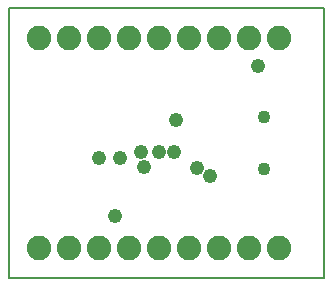
<source format=gbs>
G04 Layer_Color=16711935*
%FSLAX25Y25*%
%MOIN*%
G70*
G01*
G75*
%ADD19C,0.00800*%
%ADD32C,0.04343*%
%ADD33C,0.08200*%
%ADD34C,0.04800*%
D19*
X100000Y190000D02*
X205000D01*
Y100000D02*
Y190000D01*
X100000Y100000D02*
X205000D01*
X100000D02*
Y190000D01*
D32*
X185000Y136339D02*
D03*
Y153661D02*
D03*
D33*
X190000Y180000D02*
D03*
X180000D02*
D03*
X170000D02*
D03*
X160000D02*
D03*
X150000D02*
D03*
X140000D02*
D03*
X130000D02*
D03*
X120000D02*
D03*
X110000D02*
D03*
Y110000D02*
D03*
X120000D02*
D03*
X130000D02*
D03*
X140000D02*
D03*
X150000D02*
D03*
X160000D02*
D03*
X170000D02*
D03*
X180000D02*
D03*
X190000D02*
D03*
D34*
X155500Y152500D02*
D03*
X135120Y120710D02*
D03*
X183070Y170700D02*
D03*
X137000Y140000D02*
D03*
X145000Y137000D02*
D03*
X130000Y140000D02*
D03*
X144000Y142000D02*
D03*
X155000D02*
D03*
X162500Y136500D02*
D03*
X150000Y142000D02*
D03*
X167000Y134000D02*
D03*
M02*

</source>
